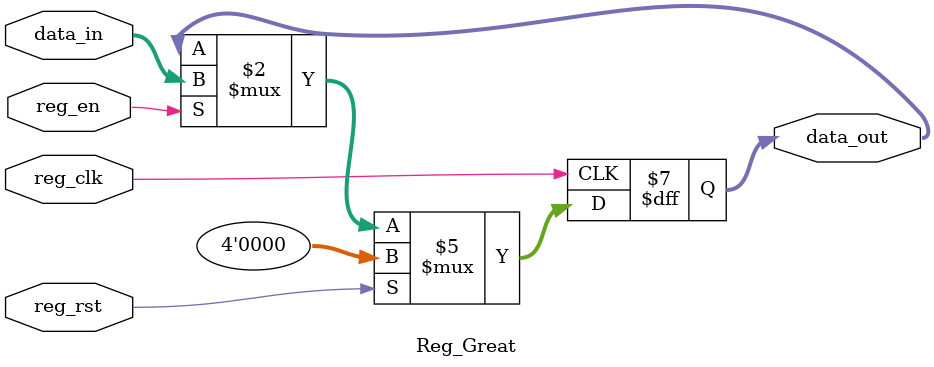
<source format=v>
`timescale 1ns / 1ps

module Reg_Great(output reg [3:0] data_out, input [3:0] data_in, input reg_clk, 
reg_rst, reg_en);
always @ (posedge reg_clk) 
begin
if (reg_rst)
data_out <= 4'b0000;
else if (reg_en)
data_out <= data_in;
end
endmodule


</source>
